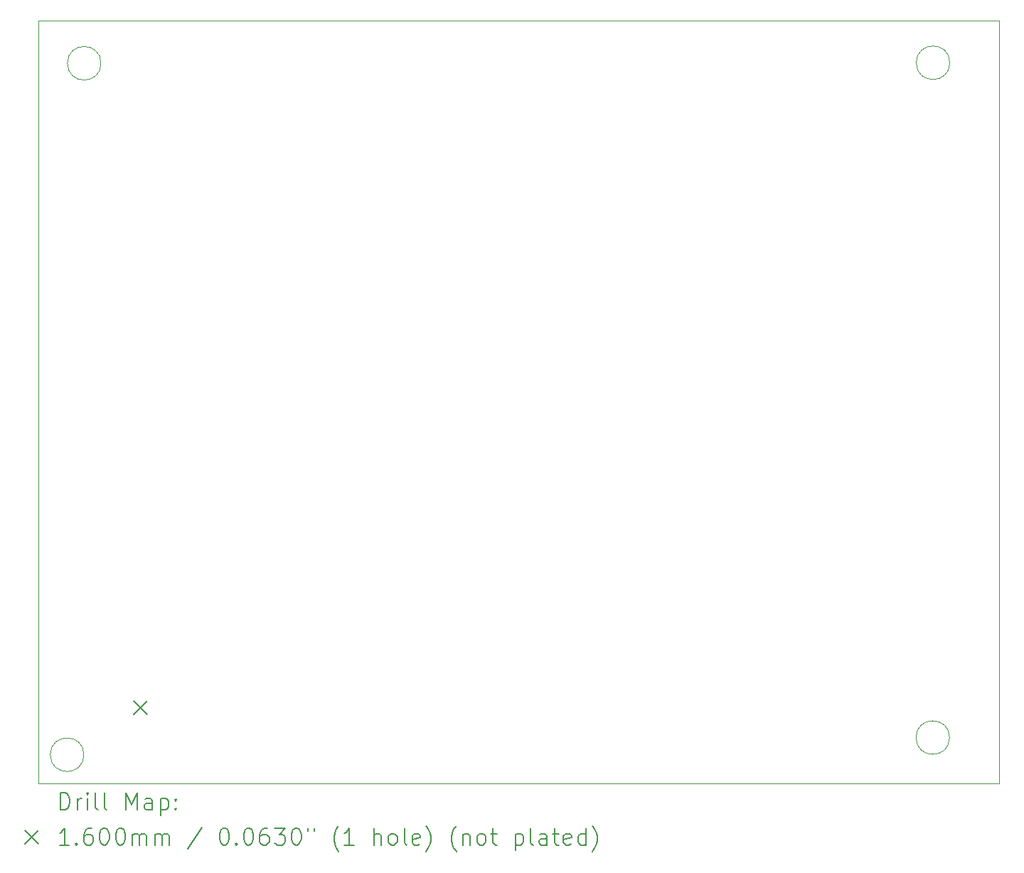
<source format=gbr>
%TF.GenerationSoftware,KiCad,Pcbnew,9.0.3*%
%TF.CreationDate,2025-07-31T09:13:29-06:00*%
%TF.ProjectId,ARC-210-ESP32S3-Board,4152432d-3231-4302-9d45-535033325333,rev?*%
%TF.SameCoordinates,Original*%
%TF.FileFunction,Drillmap*%
%TF.FilePolarity,Positive*%
%FSLAX45Y45*%
G04 Gerber Fmt 4.5, Leading zero omitted, Abs format (unit mm)*
G04 Created by KiCad (PCBNEW 9.0.3) date 2025-07-31 09:13:29*
%MOMM*%
%LPD*%
G01*
G04 APERTURE LIST*
%ADD10C,0.050000*%
%ADD11C,0.200000*%
%ADD12C,0.160000*%
G04 APERTURE END LIST*
D10*
X22764000Y-12043000D02*
G75*
G02*
X22364000Y-12043000I-200000J0D01*
G01*
X22364000Y-12043000D02*
G75*
G02*
X22764000Y-12043000I200000J0D01*
G01*
X12457000Y-12247000D02*
G75*
G02*
X12057000Y-12247000I-200000J0D01*
G01*
X12057000Y-12247000D02*
G75*
G02*
X12457000Y-12247000I200000J0D01*
G01*
X12661000Y-4012000D02*
G75*
G02*
X12261000Y-4012000I-200000J0D01*
G01*
X12261000Y-4012000D02*
G75*
G02*
X12661000Y-4012000I200000J0D01*
G01*
X22767000Y-4006000D02*
G75*
G02*
X22367000Y-4006000I-200000J0D01*
G01*
X22367000Y-4006000D02*
G75*
G02*
X22767000Y-4006000I200000J0D01*
G01*
X23357000Y-3507000D02*
X11919000Y-3505000D01*
X23356000Y-12587000D02*
X23357000Y-3507000D01*
X11919000Y-12588000D02*
X23356000Y-12587000D01*
X11919000Y-3505000D02*
X11919000Y-12588000D01*
D11*
D12*
X13048000Y-11604000D02*
X13208000Y-11764000D01*
X13208000Y-11604000D02*
X13048000Y-11764000D01*
D11*
X12177277Y-12901984D02*
X12177277Y-12701984D01*
X12177277Y-12701984D02*
X12224896Y-12701984D01*
X12224896Y-12701984D02*
X12253467Y-12711508D01*
X12253467Y-12711508D02*
X12272515Y-12730555D01*
X12272515Y-12730555D02*
X12282039Y-12749603D01*
X12282039Y-12749603D02*
X12291562Y-12787698D01*
X12291562Y-12787698D02*
X12291562Y-12816269D01*
X12291562Y-12816269D02*
X12282039Y-12854365D01*
X12282039Y-12854365D02*
X12272515Y-12873412D01*
X12272515Y-12873412D02*
X12253467Y-12892460D01*
X12253467Y-12892460D02*
X12224896Y-12901984D01*
X12224896Y-12901984D02*
X12177277Y-12901984D01*
X12377277Y-12901984D02*
X12377277Y-12768650D01*
X12377277Y-12806746D02*
X12386801Y-12787698D01*
X12386801Y-12787698D02*
X12396324Y-12778174D01*
X12396324Y-12778174D02*
X12415372Y-12768650D01*
X12415372Y-12768650D02*
X12434420Y-12768650D01*
X12501086Y-12901984D02*
X12501086Y-12768650D01*
X12501086Y-12701984D02*
X12491562Y-12711508D01*
X12491562Y-12711508D02*
X12501086Y-12721031D01*
X12501086Y-12721031D02*
X12510610Y-12711508D01*
X12510610Y-12711508D02*
X12501086Y-12701984D01*
X12501086Y-12701984D02*
X12501086Y-12721031D01*
X12624896Y-12901984D02*
X12605848Y-12892460D01*
X12605848Y-12892460D02*
X12596324Y-12873412D01*
X12596324Y-12873412D02*
X12596324Y-12701984D01*
X12729658Y-12901984D02*
X12710610Y-12892460D01*
X12710610Y-12892460D02*
X12701086Y-12873412D01*
X12701086Y-12873412D02*
X12701086Y-12701984D01*
X12958229Y-12901984D02*
X12958229Y-12701984D01*
X12958229Y-12701984D02*
X13024896Y-12844841D01*
X13024896Y-12844841D02*
X13091562Y-12701984D01*
X13091562Y-12701984D02*
X13091562Y-12901984D01*
X13272515Y-12901984D02*
X13272515Y-12797222D01*
X13272515Y-12797222D02*
X13262991Y-12778174D01*
X13262991Y-12778174D02*
X13243943Y-12768650D01*
X13243943Y-12768650D02*
X13205848Y-12768650D01*
X13205848Y-12768650D02*
X13186801Y-12778174D01*
X13272515Y-12892460D02*
X13253467Y-12901984D01*
X13253467Y-12901984D02*
X13205848Y-12901984D01*
X13205848Y-12901984D02*
X13186801Y-12892460D01*
X13186801Y-12892460D02*
X13177277Y-12873412D01*
X13177277Y-12873412D02*
X13177277Y-12854365D01*
X13177277Y-12854365D02*
X13186801Y-12835317D01*
X13186801Y-12835317D02*
X13205848Y-12825793D01*
X13205848Y-12825793D02*
X13253467Y-12825793D01*
X13253467Y-12825793D02*
X13272515Y-12816269D01*
X13367753Y-12768650D02*
X13367753Y-12968650D01*
X13367753Y-12778174D02*
X13386801Y-12768650D01*
X13386801Y-12768650D02*
X13424896Y-12768650D01*
X13424896Y-12768650D02*
X13443943Y-12778174D01*
X13443943Y-12778174D02*
X13453467Y-12787698D01*
X13453467Y-12787698D02*
X13462991Y-12806746D01*
X13462991Y-12806746D02*
X13462991Y-12863888D01*
X13462991Y-12863888D02*
X13453467Y-12882936D01*
X13453467Y-12882936D02*
X13443943Y-12892460D01*
X13443943Y-12892460D02*
X13424896Y-12901984D01*
X13424896Y-12901984D02*
X13386801Y-12901984D01*
X13386801Y-12901984D02*
X13367753Y-12892460D01*
X13548705Y-12882936D02*
X13558229Y-12892460D01*
X13558229Y-12892460D02*
X13548705Y-12901984D01*
X13548705Y-12901984D02*
X13539182Y-12892460D01*
X13539182Y-12892460D02*
X13548705Y-12882936D01*
X13548705Y-12882936D02*
X13548705Y-12901984D01*
X13548705Y-12778174D02*
X13558229Y-12787698D01*
X13558229Y-12787698D02*
X13548705Y-12797222D01*
X13548705Y-12797222D02*
X13539182Y-12787698D01*
X13539182Y-12787698D02*
X13548705Y-12778174D01*
X13548705Y-12778174D02*
X13548705Y-12797222D01*
D12*
X11756500Y-13150500D02*
X11916500Y-13310500D01*
X11916500Y-13150500D02*
X11756500Y-13310500D01*
D11*
X12282039Y-13321984D02*
X12167753Y-13321984D01*
X12224896Y-13321984D02*
X12224896Y-13121984D01*
X12224896Y-13121984D02*
X12205848Y-13150555D01*
X12205848Y-13150555D02*
X12186801Y-13169603D01*
X12186801Y-13169603D02*
X12167753Y-13179127D01*
X12367753Y-13302936D02*
X12377277Y-13312460D01*
X12377277Y-13312460D02*
X12367753Y-13321984D01*
X12367753Y-13321984D02*
X12358229Y-13312460D01*
X12358229Y-13312460D02*
X12367753Y-13302936D01*
X12367753Y-13302936D02*
X12367753Y-13321984D01*
X12548705Y-13121984D02*
X12510610Y-13121984D01*
X12510610Y-13121984D02*
X12491562Y-13131508D01*
X12491562Y-13131508D02*
X12482039Y-13141031D01*
X12482039Y-13141031D02*
X12462991Y-13169603D01*
X12462991Y-13169603D02*
X12453467Y-13207698D01*
X12453467Y-13207698D02*
X12453467Y-13283888D01*
X12453467Y-13283888D02*
X12462991Y-13302936D01*
X12462991Y-13302936D02*
X12472515Y-13312460D01*
X12472515Y-13312460D02*
X12491562Y-13321984D01*
X12491562Y-13321984D02*
X12529658Y-13321984D01*
X12529658Y-13321984D02*
X12548705Y-13312460D01*
X12548705Y-13312460D02*
X12558229Y-13302936D01*
X12558229Y-13302936D02*
X12567753Y-13283888D01*
X12567753Y-13283888D02*
X12567753Y-13236269D01*
X12567753Y-13236269D02*
X12558229Y-13217222D01*
X12558229Y-13217222D02*
X12548705Y-13207698D01*
X12548705Y-13207698D02*
X12529658Y-13198174D01*
X12529658Y-13198174D02*
X12491562Y-13198174D01*
X12491562Y-13198174D02*
X12472515Y-13207698D01*
X12472515Y-13207698D02*
X12462991Y-13217222D01*
X12462991Y-13217222D02*
X12453467Y-13236269D01*
X12691562Y-13121984D02*
X12710610Y-13121984D01*
X12710610Y-13121984D02*
X12729658Y-13131508D01*
X12729658Y-13131508D02*
X12739182Y-13141031D01*
X12739182Y-13141031D02*
X12748705Y-13160079D01*
X12748705Y-13160079D02*
X12758229Y-13198174D01*
X12758229Y-13198174D02*
X12758229Y-13245793D01*
X12758229Y-13245793D02*
X12748705Y-13283888D01*
X12748705Y-13283888D02*
X12739182Y-13302936D01*
X12739182Y-13302936D02*
X12729658Y-13312460D01*
X12729658Y-13312460D02*
X12710610Y-13321984D01*
X12710610Y-13321984D02*
X12691562Y-13321984D01*
X12691562Y-13321984D02*
X12672515Y-13312460D01*
X12672515Y-13312460D02*
X12662991Y-13302936D01*
X12662991Y-13302936D02*
X12653467Y-13283888D01*
X12653467Y-13283888D02*
X12643943Y-13245793D01*
X12643943Y-13245793D02*
X12643943Y-13198174D01*
X12643943Y-13198174D02*
X12653467Y-13160079D01*
X12653467Y-13160079D02*
X12662991Y-13141031D01*
X12662991Y-13141031D02*
X12672515Y-13131508D01*
X12672515Y-13131508D02*
X12691562Y-13121984D01*
X12882039Y-13121984D02*
X12901086Y-13121984D01*
X12901086Y-13121984D02*
X12920134Y-13131508D01*
X12920134Y-13131508D02*
X12929658Y-13141031D01*
X12929658Y-13141031D02*
X12939182Y-13160079D01*
X12939182Y-13160079D02*
X12948705Y-13198174D01*
X12948705Y-13198174D02*
X12948705Y-13245793D01*
X12948705Y-13245793D02*
X12939182Y-13283888D01*
X12939182Y-13283888D02*
X12929658Y-13302936D01*
X12929658Y-13302936D02*
X12920134Y-13312460D01*
X12920134Y-13312460D02*
X12901086Y-13321984D01*
X12901086Y-13321984D02*
X12882039Y-13321984D01*
X12882039Y-13321984D02*
X12862991Y-13312460D01*
X12862991Y-13312460D02*
X12853467Y-13302936D01*
X12853467Y-13302936D02*
X12843943Y-13283888D01*
X12843943Y-13283888D02*
X12834420Y-13245793D01*
X12834420Y-13245793D02*
X12834420Y-13198174D01*
X12834420Y-13198174D02*
X12843943Y-13160079D01*
X12843943Y-13160079D02*
X12853467Y-13141031D01*
X12853467Y-13141031D02*
X12862991Y-13131508D01*
X12862991Y-13131508D02*
X12882039Y-13121984D01*
X13034420Y-13321984D02*
X13034420Y-13188650D01*
X13034420Y-13207698D02*
X13043943Y-13198174D01*
X13043943Y-13198174D02*
X13062991Y-13188650D01*
X13062991Y-13188650D02*
X13091563Y-13188650D01*
X13091563Y-13188650D02*
X13110610Y-13198174D01*
X13110610Y-13198174D02*
X13120134Y-13217222D01*
X13120134Y-13217222D02*
X13120134Y-13321984D01*
X13120134Y-13217222D02*
X13129658Y-13198174D01*
X13129658Y-13198174D02*
X13148705Y-13188650D01*
X13148705Y-13188650D02*
X13177277Y-13188650D01*
X13177277Y-13188650D02*
X13196324Y-13198174D01*
X13196324Y-13198174D02*
X13205848Y-13217222D01*
X13205848Y-13217222D02*
X13205848Y-13321984D01*
X13301086Y-13321984D02*
X13301086Y-13188650D01*
X13301086Y-13207698D02*
X13310610Y-13198174D01*
X13310610Y-13198174D02*
X13329658Y-13188650D01*
X13329658Y-13188650D02*
X13358229Y-13188650D01*
X13358229Y-13188650D02*
X13377277Y-13198174D01*
X13377277Y-13198174D02*
X13386801Y-13217222D01*
X13386801Y-13217222D02*
X13386801Y-13321984D01*
X13386801Y-13217222D02*
X13396324Y-13198174D01*
X13396324Y-13198174D02*
X13415372Y-13188650D01*
X13415372Y-13188650D02*
X13443943Y-13188650D01*
X13443943Y-13188650D02*
X13462991Y-13198174D01*
X13462991Y-13198174D02*
X13472515Y-13217222D01*
X13472515Y-13217222D02*
X13472515Y-13321984D01*
X13862991Y-13112460D02*
X13691563Y-13369603D01*
X14120134Y-13121984D02*
X14139182Y-13121984D01*
X14139182Y-13121984D02*
X14158229Y-13131508D01*
X14158229Y-13131508D02*
X14167753Y-13141031D01*
X14167753Y-13141031D02*
X14177277Y-13160079D01*
X14177277Y-13160079D02*
X14186801Y-13198174D01*
X14186801Y-13198174D02*
X14186801Y-13245793D01*
X14186801Y-13245793D02*
X14177277Y-13283888D01*
X14177277Y-13283888D02*
X14167753Y-13302936D01*
X14167753Y-13302936D02*
X14158229Y-13312460D01*
X14158229Y-13312460D02*
X14139182Y-13321984D01*
X14139182Y-13321984D02*
X14120134Y-13321984D01*
X14120134Y-13321984D02*
X14101086Y-13312460D01*
X14101086Y-13312460D02*
X14091563Y-13302936D01*
X14091563Y-13302936D02*
X14082039Y-13283888D01*
X14082039Y-13283888D02*
X14072515Y-13245793D01*
X14072515Y-13245793D02*
X14072515Y-13198174D01*
X14072515Y-13198174D02*
X14082039Y-13160079D01*
X14082039Y-13160079D02*
X14091563Y-13141031D01*
X14091563Y-13141031D02*
X14101086Y-13131508D01*
X14101086Y-13131508D02*
X14120134Y-13121984D01*
X14272515Y-13302936D02*
X14282039Y-13312460D01*
X14282039Y-13312460D02*
X14272515Y-13321984D01*
X14272515Y-13321984D02*
X14262991Y-13312460D01*
X14262991Y-13312460D02*
X14272515Y-13302936D01*
X14272515Y-13302936D02*
X14272515Y-13321984D01*
X14405848Y-13121984D02*
X14424896Y-13121984D01*
X14424896Y-13121984D02*
X14443944Y-13131508D01*
X14443944Y-13131508D02*
X14453467Y-13141031D01*
X14453467Y-13141031D02*
X14462991Y-13160079D01*
X14462991Y-13160079D02*
X14472515Y-13198174D01*
X14472515Y-13198174D02*
X14472515Y-13245793D01*
X14472515Y-13245793D02*
X14462991Y-13283888D01*
X14462991Y-13283888D02*
X14453467Y-13302936D01*
X14453467Y-13302936D02*
X14443944Y-13312460D01*
X14443944Y-13312460D02*
X14424896Y-13321984D01*
X14424896Y-13321984D02*
X14405848Y-13321984D01*
X14405848Y-13321984D02*
X14386801Y-13312460D01*
X14386801Y-13312460D02*
X14377277Y-13302936D01*
X14377277Y-13302936D02*
X14367753Y-13283888D01*
X14367753Y-13283888D02*
X14358229Y-13245793D01*
X14358229Y-13245793D02*
X14358229Y-13198174D01*
X14358229Y-13198174D02*
X14367753Y-13160079D01*
X14367753Y-13160079D02*
X14377277Y-13141031D01*
X14377277Y-13141031D02*
X14386801Y-13131508D01*
X14386801Y-13131508D02*
X14405848Y-13121984D01*
X14643944Y-13121984D02*
X14605848Y-13121984D01*
X14605848Y-13121984D02*
X14586801Y-13131508D01*
X14586801Y-13131508D02*
X14577277Y-13141031D01*
X14577277Y-13141031D02*
X14558229Y-13169603D01*
X14558229Y-13169603D02*
X14548706Y-13207698D01*
X14548706Y-13207698D02*
X14548706Y-13283888D01*
X14548706Y-13283888D02*
X14558229Y-13302936D01*
X14558229Y-13302936D02*
X14567753Y-13312460D01*
X14567753Y-13312460D02*
X14586801Y-13321984D01*
X14586801Y-13321984D02*
X14624896Y-13321984D01*
X14624896Y-13321984D02*
X14643944Y-13312460D01*
X14643944Y-13312460D02*
X14653467Y-13302936D01*
X14653467Y-13302936D02*
X14662991Y-13283888D01*
X14662991Y-13283888D02*
X14662991Y-13236269D01*
X14662991Y-13236269D02*
X14653467Y-13217222D01*
X14653467Y-13217222D02*
X14643944Y-13207698D01*
X14643944Y-13207698D02*
X14624896Y-13198174D01*
X14624896Y-13198174D02*
X14586801Y-13198174D01*
X14586801Y-13198174D02*
X14567753Y-13207698D01*
X14567753Y-13207698D02*
X14558229Y-13217222D01*
X14558229Y-13217222D02*
X14548706Y-13236269D01*
X14729658Y-13121984D02*
X14853467Y-13121984D01*
X14853467Y-13121984D02*
X14786801Y-13198174D01*
X14786801Y-13198174D02*
X14815372Y-13198174D01*
X14815372Y-13198174D02*
X14834420Y-13207698D01*
X14834420Y-13207698D02*
X14843944Y-13217222D01*
X14843944Y-13217222D02*
X14853467Y-13236269D01*
X14853467Y-13236269D02*
X14853467Y-13283888D01*
X14853467Y-13283888D02*
X14843944Y-13302936D01*
X14843944Y-13302936D02*
X14834420Y-13312460D01*
X14834420Y-13312460D02*
X14815372Y-13321984D01*
X14815372Y-13321984D02*
X14758229Y-13321984D01*
X14758229Y-13321984D02*
X14739182Y-13312460D01*
X14739182Y-13312460D02*
X14729658Y-13302936D01*
X14977277Y-13121984D02*
X14996325Y-13121984D01*
X14996325Y-13121984D02*
X15015372Y-13131508D01*
X15015372Y-13131508D02*
X15024896Y-13141031D01*
X15024896Y-13141031D02*
X15034420Y-13160079D01*
X15034420Y-13160079D02*
X15043944Y-13198174D01*
X15043944Y-13198174D02*
X15043944Y-13245793D01*
X15043944Y-13245793D02*
X15034420Y-13283888D01*
X15034420Y-13283888D02*
X15024896Y-13302936D01*
X15024896Y-13302936D02*
X15015372Y-13312460D01*
X15015372Y-13312460D02*
X14996325Y-13321984D01*
X14996325Y-13321984D02*
X14977277Y-13321984D01*
X14977277Y-13321984D02*
X14958229Y-13312460D01*
X14958229Y-13312460D02*
X14948706Y-13302936D01*
X14948706Y-13302936D02*
X14939182Y-13283888D01*
X14939182Y-13283888D02*
X14929658Y-13245793D01*
X14929658Y-13245793D02*
X14929658Y-13198174D01*
X14929658Y-13198174D02*
X14939182Y-13160079D01*
X14939182Y-13160079D02*
X14948706Y-13141031D01*
X14948706Y-13141031D02*
X14958229Y-13131508D01*
X14958229Y-13131508D02*
X14977277Y-13121984D01*
X15120134Y-13121984D02*
X15120134Y-13160079D01*
X15196325Y-13121984D02*
X15196325Y-13160079D01*
X15491563Y-13398174D02*
X15482039Y-13388650D01*
X15482039Y-13388650D02*
X15462991Y-13360079D01*
X15462991Y-13360079D02*
X15453468Y-13341031D01*
X15453468Y-13341031D02*
X15443944Y-13312460D01*
X15443944Y-13312460D02*
X15434420Y-13264841D01*
X15434420Y-13264841D02*
X15434420Y-13226746D01*
X15434420Y-13226746D02*
X15443944Y-13179127D01*
X15443944Y-13179127D02*
X15453468Y-13150555D01*
X15453468Y-13150555D02*
X15462991Y-13131508D01*
X15462991Y-13131508D02*
X15482039Y-13102936D01*
X15482039Y-13102936D02*
X15491563Y-13093412D01*
X15672515Y-13321984D02*
X15558229Y-13321984D01*
X15615372Y-13321984D02*
X15615372Y-13121984D01*
X15615372Y-13121984D02*
X15596325Y-13150555D01*
X15596325Y-13150555D02*
X15577277Y-13169603D01*
X15577277Y-13169603D02*
X15558229Y-13179127D01*
X15910610Y-13321984D02*
X15910610Y-13121984D01*
X15996325Y-13321984D02*
X15996325Y-13217222D01*
X15996325Y-13217222D02*
X15986801Y-13198174D01*
X15986801Y-13198174D02*
X15967753Y-13188650D01*
X15967753Y-13188650D02*
X15939182Y-13188650D01*
X15939182Y-13188650D02*
X15920134Y-13198174D01*
X15920134Y-13198174D02*
X15910610Y-13207698D01*
X16120134Y-13321984D02*
X16101087Y-13312460D01*
X16101087Y-13312460D02*
X16091563Y-13302936D01*
X16091563Y-13302936D02*
X16082039Y-13283888D01*
X16082039Y-13283888D02*
X16082039Y-13226746D01*
X16082039Y-13226746D02*
X16091563Y-13207698D01*
X16091563Y-13207698D02*
X16101087Y-13198174D01*
X16101087Y-13198174D02*
X16120134Y-13188650D01*
X16120134Y-13188650D02*
X16148706Y-13188650D01*
X16148706Y-13188650D02*
X16167753Y-13198174D01*
X16167753Y-13198174D02*
X16177277Y-13207698D01*
X16177277Y-13207698D02*
X16186801Y-13226746D01*
X16186801Y-13226746D02*
X16186801Y-13283888D01*
X16186801Y-13283888D02*
X16177277Y-13302936D01*
X16177277Y-13302936D02*
X16167753Y-13312460D01*
X16167753Y-13312460D02*
X16148706Y-13321984D01*
X16148706Y-13321984D02*
X16120134Y-13321984D01*
X16301087Y-13321984D02*
X16282039Y-13312460D01*
X16282039Y-13312460D02*
X16272515Y-13293412D01*
X16272515Y-13293412D02*
X16272515Y-13121984D01*
X16453468Y-13312460D02*
X16434420Y-13321984D01*
X16434420Y-13321984D02*
X16396325Y-13321984D01*
X16396325Y-13321984D02*
X16377277Y-13312460D01*
X16377277Y-13312460D02*
X16367753Y-13293412D01*
X16367753Y-13293412D02*
X16367753Y-13217222D01*
X16367753Y-13217222D02*
X16377277Y-13198174D01*
X16377277Y-13198174D02*
X16396325Y-13188650D01*
X16396325Y-13188650D02*
X16434420Y-13188650D01*
X16434420Y-13188650D02*
X16453468Y-13198174D01*
X16453468Y-13198174D02*
X16462991Y-13217222D01*
X16462991Y-13217222D02*
X16462991Y-13236269D01*
X16462991Y-13236269D02*
X16367753Y-13255317D01*
X16529658Y-13398174D02*
X16539182Y-13388650D01*
X16539182Y-13388650D02*
X16558230Y-13360079D01*
X16558230Y-13360079D02*
X16567753Y-13341031D01*
X16567753Y-13341031D02*
X16577277Y-13312460D01*
X16577277Y-13312460D02*
X16586801Y-13264841D01*
X16586801Y-13264841D02*
X16586801Y-13226746D01*
X16586801Y-13226746D02*
X16577277Y-13179127D01*
X16577277Y-13179127D02*
X16567753Y-13150555D01*
X16567753Y-13150555D02*
X16558230Y-13131508D01*
X16558230Y-13131508D02*
X16539182Y-13102936D01*
X16539182Y-13102936D02*
X16529658Y-13093412D01*
X16891563Y-13398174D02*
X16882039Y-13388650D01*
X16882039Y-13388650D02*
X16862992Y-13360079D01*
X16862992Y-13360079D02*
X16853468Y-13341031D01*
X16853468Y-13341031D02*
X16843944Y-13312460D01*
X16843944Y-13312460D02*
X16834420Y-13264841D01*
X16834420Y-13264841D02*
X16834420Y-13226746D01*
X16834420Y-13226746D02*
X16843944Y-13179127D01*
X16843944Y-13179127D02*
X16853468Y-13150555D01*
X16853468Y-13150555D02*
X16862992Y-13131508D01*
X16862992Y-13131508D02*
X16882039Y-13102936D01*
X16882039Y-13102936D02*
X16891563Y-13093412D01*
X16967753Y-13188650D02*
X16967753Y-13321984D01*
X16967753Y-13207698D02*
X16977277Y-13198174D01*
X16977277Y-13198174D02*
X16996325Y-13188650D01*
X16996325Y-13188650D02*
X17024896Y-13188650D01*
X17024896Y-13188650D02*
X17043944Y-13198174D01*
X17043944Y-13198174D02*
X17053468Y-13217222D01*
X17053468Y-13217222D02*
X17053468Y-13321984D01*
X17177277Y-13321984D02*
X17158230Y-13312460D01*
X17158230Y-13312460D02*
X17148706Y-13302936D01*
X17148706Y-13302936D02*
X17139182Y-13283888D01*
X17139182Y-13283888D02*
X17139182Y-13226746D01*
X17139182Y-13226746D02*
X17148706Y-13207698D01*
X17148706Y-13207698D02*
X17158230Y-13198174D01*
X17158230Y-13198174D02*
X17177277Y-13188650D01*
X17177277Y-13188650D02*
X17205849Y-13188650D01*
X17205849Y-13188650D02*
X17224896Y-13198174D01*
X17224896Y-13198174D02*
X17234420Y-13207698D01*
X17234420Y-13207698D02*
X17243944Y-13226746D01*
X17243944Y-13226746D02*
X17243944Y-13283888D01*
X17243944Y-13283888D02*
X17234420Y-13302936D01*
X17234420Y-13302936D02*
X17224896Y-13312460D01*
X17224896Y-13312460D02*
X17205849Y-13321984D01*
X17205849Y-13321984D02*
X17177277Y-13321984D01*
X17301087Y-13188650D02*
X17377277Y-13188650D01*
X17329658Y-13121984D02*
X17329658Y-13293412D01*
X17329658Y-13293412D02*
X17339182Y-13312460D01*
X17339182Y-13312460D02*
X17358230Y-13321984D01*
X17358230Y-13321984D02*
X17377277Y-13321984D01*
X17596325Y-13188650D02*
X17596325Y-13388650D01*
X17596325Y-13198174D02*
X17615373Y-13188650D01*
X17615373Y-13188650D02*
X17653468Y-13188650D01*
X17653468Y-13188650D02*
X17672515Y-13198174D01*
X17672515Y-13198174D02*
X17682039Y-13207698D01*
X17682039Y-13207698D02*
X17691563Y-13226746D01*
X17691563Y-13226746D02*
X17691563Y-13283888D01*
X17691563Y-13283888D02*
X17682039Y-13302936D01*
X17682039Y-13302936D02*
X17672515Y-13312460D01*
X17672515Y-13312460D02*
X17653468Y-13321984D01*
X17653468Y-13321984D02*
X17615373Y-13321984D01*
X17615373Y-13321984D02*
X17596325Y-13312460D01*
X17805849Y-13321984D02*
X17786801Y-13312460D01*
X17786801Y-13312460D02*
X17777277Y-13293412D01*
X17777277Y-13293412D02*
X17777277Y-13121984D01*
X17967754Y-13321984D02*
X17967754Y-13217222D01*
X17967754Y-13217222D02*
X17958230Y-13198174D01*
X17958230Y-13198174D02*
X17939182Y-13188650D01*
X17939182Y-13188650D02*
X17901087Y-13188650D01*
X17901087Y-13188650D02*
X17882039Y-13198174D01*
X17967754Y-13312460D02*
X17948706Y-13321984D01*
X17948706Y-13321984D02*
X17901087Y-13321984D01*
X17901087Y-13321984D02*
X17882039Y-13312460D01*
X17882039Y-13312460D02*
X17872515Y-13293412D01*
X17872515Y-13293412D02*
X17872515Y-13274365D01*
X17872515Y-13274365D02*
X17882039Y-13255317D01*
X17882039Y-13255317D02*
X17901087Y-13245793D01*
X17901087Y-13245793D02*
X17948706Y-13245793D01*
X17948706Y-13245793D02*
X17967754Y-13236269D01*
X18034420Y-13188650D02*
X18110611Y-13188650D01*
X18062992Y-13121984D02*
X18062992Y-13293412D01*
X18062992Y-13293412D02*
X18072515Y-13312460D01*
X18072515Y-13312460D02*
X18091563Y-13321984D01*
X18091563Y-13321984D02*
X18110611Y-13321984D01*
X18253468Y-13312460D02*
X18234420Y-13321984D01*
X18234420Y-13321984D02*
X18196325Y-13321984D01*
X18196325Y-13321984D02*
X18177277Y-13312460D01*
X18177277Y-13312460D02*
X18167754Y-13293412D01*
X18167754Y-13293412D02*
X18167754Y-13217222D01*
X18167754Y-13217222D02*
X18177277Y-13198174D01*
X18177277Y-13198174D02*
X18196325Y-13188650D01*
X18196325Y-13188650D02*
X18234420Y-13188650D01*
X18234420Y-13188650D02*
X18253468Y-13198174D01*
X18253468Y-13198174D02*
X18262992Y-13217222D01*
X18262992Y-13217222D02*
X18262992Y-13236269D01*
X18262992Y-13236269D02*
X18167754Y-13255317D01*
X18434420Y-13321984D02*
X18434420Y-13121984D01*
X18434420Y-13312460D02*
X18415373Y-13321984D01*
X18415373Y-13321984D02*
X18377277Y-13321984D01*
X18377277Y-13321984D02*
X18358230Y-13312460D01*
X18358230Y-13312460D02*
X18348706Y-13302936D01*
X18348706Y-13302936D02*
X18339182Y-13283888D01*
X18339182Y-13283888D02*
X18339182Y-13226746D01*
X18339182Y-13226746D02*
X18348706Y-13207698D01*
X18348706Y-13207698D02*
X18358230Y-13198174D01*
X18358230Y-13198174D02*
X18377277Y-13188650D01*
X18377277Y-13188650D02*
X18415373Y-13188650D01*
X18415373Y-13188650D02*
X18434420Y-13198174D01*
X18510611Y-13398174D02*
X18520135Y-13388650D01*
X18520135Y-13388650D02*
X18539182Y-13360079D01*
X18539182Y-13360079D02*
X18548706Y-13341031D01*
X18548706Y-13341031D02*
X18558230Y-13312460D01*
X18558230Y-13312460D02*
X18567754Y-13264841D01*
X18567754Y-13264841D02*
X18567754Y-13226746D01*
X18567754Y-13226746D02*
X18558230Y-13179127D01*
X18558230Y-13179127D02*
X18548706Y-13150555D01*
X18548706Y-13150555D02*
X18539182Y-13131508D01*
X18539182Y-13131508D02*
X18520135Y-13102936D01*
X18520135Y-13102936D02*
X18510611Y-13093412D01*
M02*

</source>
